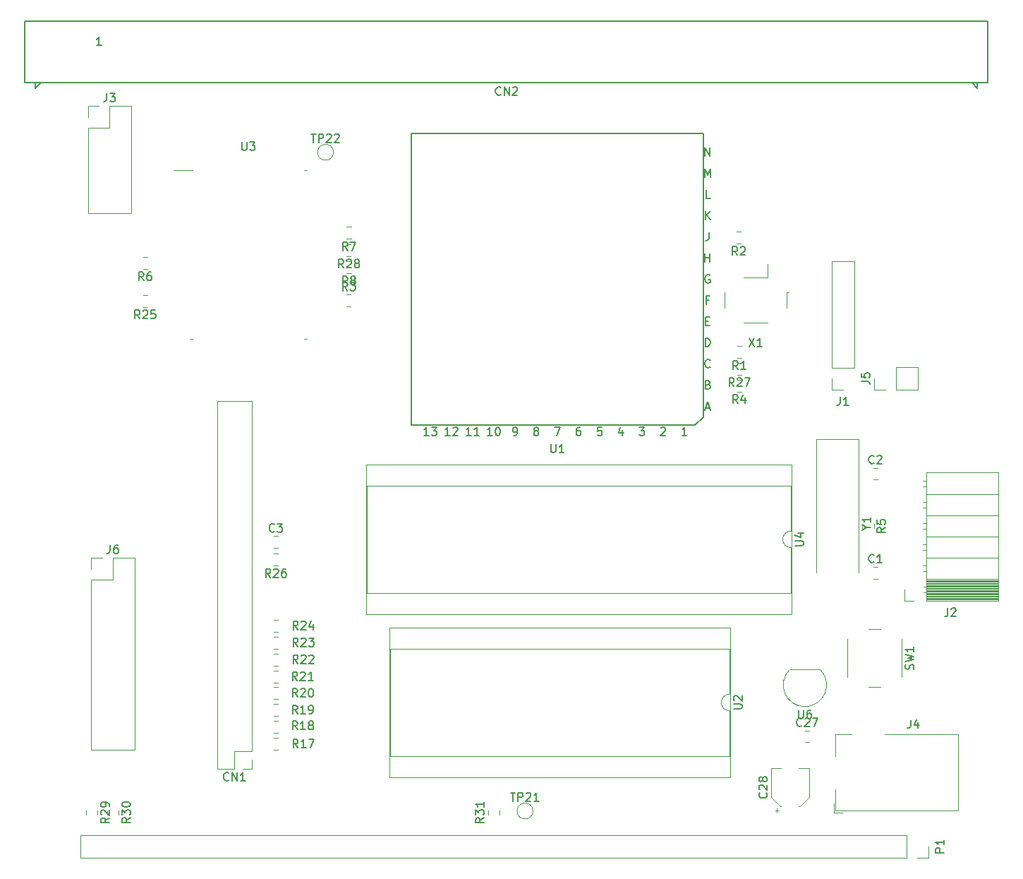
<source format=gbr>
G04 #@! TF.GenerationSoftware,KiCad,Pcbnew,(5.1.5)-3*
G04 #@! TF.CreationDate,2020-06-21T17:55:31-07:00*
G04 #@! TF.ProjectId,CB030 redesign,43423033-3020-4726-9564-657369676e2e,rev?*
G04 #@! TF.SameCoordinates,Original*
G04 #@! TF.FileFunction,Legend,Top*
G04 #@! TF.FilePolarity,Positive*
%FSLAX46Y46*%
G04 Gerber Fmt 4.6, Leading zero omitted, Abs format (unit mm)*
G04 Created by KiCad (PCBNEW (5.1.5)-3) date 2020-06-21 17:55:31*
%MOMM*%
%LPD*%
G04 APERTURE LIST*
%ADD10C,0.120000*%
%ADD11C,0.150000*%
G04 APERTURE END LIST*
D10*
X28621000Y-33451000D02*
X26306000Y-33451000D01*
X41991000Y-33451000D02*
X42306000Y-33451000D01*
X28621000Y-53671000D02*
X28306000Y-53671000D01*
X41991000Y-53671000D02*
X42306000Y-53671000D01*
X16450000Y-79950000D02*
X17780000Y-79950000D01*
X16450000Y-81280000D02*
X16450000Y-79950000D01*
X19050000Y-79950000D02*
X21650000Y-79950000D01*
X19050000Y-82550000D02*
X19050000Y-79950000D01*
X16450000Y-82550000D02*
X19050000Y-82550000D01*
X21650000Y-79950000D02*
X21650000Y-102930000D01*
X16450000Y-82550000D02*
X16450000Y-102930000D01*
X16450000Y-102930000D02*
X21650000Y-102930000D01*
X110430000Y-59750000D02*
X110430000Y-58420000D01*
X111760000Y-59750000D02*
X110430000Y-59750000D01*
X113030000Y-59750000D02*
X113030000Y-57090000D01*
X113030000Y-57090000D02*
X115630000Y-57090000D01*
X113030000Y-59750000D02*
X115630000Y-59750000D01*
X115630000Y-59750000D02*
X115630000Y-57090000D01*
D11*
X89890000Y-63045500D02*
X88890000Y-64045500D01*
X89890000Y-29045500D02*
X54890000Y-29045500D01*
X89890000Y-63045500D02*
X89890000Y-29045500D01*
X54890000Y-64045500D02*
X88890000Y-64045500D01*
X54890000Y-29045500D02*
X54890000Y-64045500D01*
D10*
X110292748Y-82434500D02*
X110815252Y-82434500D01*
X110292748Y-81014500D02*
X110815252Y-81014500D01*
X110292748Y-69140000D02*
X110815252Y-69140000D01*
X110292748Y-70560000D02*
X110815252Y-70560000D01*
X38346748Y-77331500D02*
X38869252Y-77331500D01*
X38346748Y-78751500D02*
X38869252Y-78751500D01*
X102100748Y-102056000D02*
X102623252Y-102056000D01*
X102100748Y-100636000D02*
X102623252Y-100636000D01*
X102590000Y-105204000D02*
X101390000Y-105204000D01*
X98070000Y-105204000D02*
X99270000Y-105204000D01*
X98070000Y-108659563D02*
X98070000Y-105204000D01*
X102590000Y-108659563D02*
X102590000Y-105204000D01*
X101525563Y-109724000D02*
X101390000Y-109724000D01*
X99134437Y-109724000D02*
X99270000Y-109724000D01*
X99134437Y-109724000D02*
X98070000Y-108659563D01*
X101525563Y-109724000D02*
X102590000Y-108659563D01*
X98770000Y-110464000D02*
X98770000Y-109964000D01*
X98520000Y-110214000D02*
X99020000Y-110214000D01*
X35699000Y-61110000D02*
X31579000Y-61110000D01*
X35699000Y-103170000D02*
X35699000Y-61110000D01*
X31579000Y-105230000D02*
X31579000Y-61110000D01*
X35699000Y-103170000D02*
X33639000Y-103170000D01*
X33639000Y-103170000D02*
X33639000Y-105230000D01*
X33639000Y-105230000D02*
X31579000Y-105230000D01*
X35699000Y-104170000D02*
X35699000Y-105230000D01*
X35699000Y-105230000D02*
X34639000Y-105230000D01*
D11*
X8509000Y-15621000D02*
X8509000Y-22987000D01*
X8509000Y-22987000D02*
X124079000Y-22987000D01*
X124079000Y-22987000D02*
X124079000Y-15621000D01*
X124079000Y-15621000D02*
X8509000Y-15621000D01*
X10414000Y-22987000D02*
X9779000Y-23622000D01*
X9779000Y-23622000D02*
X9779000Y-22987000D01*
X122174000Y-22987000D02*
X122809000Y-23622000D01*
X122809000Y-23622000D02*
X122809000Y-22987000D01*
D10*
X108010000Y-57150000D02*
X105350000Y-57150000D01*
X108010000Y-57150000D02*
X108010000Y-44390000D01*
X108010000Y-44390000D02*
X105350000Y-44390000D01*
X105350000Y-57150000D02*
X105350000Y-44390000D01*
X105350000Y-59750000D02*
X105350000Y-58420000D01*
X106680000Y-59750000D02*
X105350000Y-59750000D01*
X125279000Y-84966500D02*
X116649000Y-84966500D01*
X125279000Y-84848405D02*
X116649000Y-84848405D01*
X125279000Y-84730310D02*
X116649000Y-84730310D01*
X125279000Y-84612215D02*
X116649000Y-84612215D01*
X125279000Y-84494120D02*
X116649000Y-84494120D01*
X125279000Y-84376025D02*
X116649000Y-84376025D01*
X125279000Y-84257930D02*
X116649000Y-84257930D01*
X125279000Y-84139835D02*
X116649000Y-84139835D01*
X125279000Y-84021740D02*
X116649000Y-84021740D01*
X125279000Y-83903645D02*
X116649000Y-83903645D01*
X125279000Y-83785550D02*
X116649000Y-83785550D01*
X125279000Y-83667455D02*
X116649000Y-83667455D01*
X125279000Y-83549360D02*
X116649000Y-83549360D01*
X125279000Y-83431265D02*
X116649000Y-83431265D01*
X125279000Y-83313170D02*
X116649000Y-83313170D01*
X125279000Y-83195075D02*
X116649000Y-83195075D01*
X125279000Y-83076980D02*
X116649000Y-83076980D01*
X125279000Y-82958885D02*
X116649000Y-82958885D01*
X125279000Y-82840790D02*
X116649000Y-82840790D01*
X125279000Y-82722695D02*
X116649000Y-82722695D01*
X125279000Y-82604600D02*
X116649000Y-82604600D01*
X116649000Y-84116500D02*
X116299000Y-84116500D01*
X116649000Y-83396500D02*
X116299000Y-83396500D01*
X116649000Y-81576500D02*
X116239000Y-81576500D01*
X116649000Y-80856500D02*
X116239000Y-80856500D01*
X116649000Y-79036500D02*
X116239000Y-79036500D01*
X116649000Y-78316500D02*
X116239000Y-78316500D01*
X116649000Y-76496500D02*
X116239000Y-76496500D01*
X116649000Y-75776500D02*
X116239000Y-75776500D01*
X116649000Y-73956500D02*
X116239000Y-73956500D01*
X116649000Y-73236500D02*
X116239000Y-73236500D01*
X116649000Y-71416500D02*
X116239000Y-71416500D01*
X116649000Y-70696500D02*
X116239000Y-70696500D01*
X125279000Y-82486500D02*
X116649000Y-82486500D01*
X125279000Y-79946500D02*
X116649000Y-79946500D01*
X125279000Y-77406500D02*
X116649000Y-77406500D01*
X125279000Y-74866500D02*
X116649000Y-74866500D01*
X125279000Y-72326500D02*
X116649000Y-72326500D01*
X125279000Y-85086500D02*
X116649000Y-85086500D01*
X116649000Y-85086500D02*
X116649000Y-69726500D01*
X125279000Y-69726500D02*
X116649000Y-69726500D01*
X125279000Y-85086500D02*
X125279000Y-69726500D01*
X114079000Y-85086500D02*
X114079000Y-83756500D01*
X115189000Y-85086500D02*
X114079000Y-85086500D01*
X16069000Y-38604500D02*
X21269000Y-38604500D01*
X16069000Y-28384500D02*
X16069000Y-38604500D01*
X21269000Y-25784500D02*
X21269000Y-38604500D01*
X16069000Y-28384500D02*
X18669000Y-28384500D01*
X18669000Y-28384500D02*
X18669000Y-25784500D01*
X18669000Y-25784500D02*
X21269000Y-25784500D01*
X16069000Y-27114500D02*
X16069000Y-25784500D01*
X16069000Y-25784500D02*
X17399000Y-25784500D01*
X105580000Y-109414000D02*
X105580000Y-110464000D01*
X106630000Y-110464000D02*
X105580000Y-110464000D01*
X111680000Y-101064000D02*
X120480000Y-101064000D01*
X120480000Y-101064000D02*
X120480000Y-110264000D01*
X105780000Y-103764000D02*
X105780000Y-101064000D01*
X105780000Y-101064000D02*
X107680000Y-101064000D01*
X120480000Y-110264000D02*
X105780000Y-110264000D01*
X105780000Y-110264000D02*
X105780000Y-107664000D01*
X114300000Y-113224000D02*
X114300000Y-115884000D01*
X114300000Y-113224000D02*
X15180000Y-113224000D01*
X15180000Y-113224000D02*
X15180000Y-115884000D01*
X114300000Y-115884000D02*
X15180000Y-115884000D01*
X116900000Y-115884000D02*
X115570000Y-115884000D01*
X116900000Y-114554000D02*
X116900000Y-115884000D01*
X94495252Y-55955000D02*
X93972748Y-55955000D01*
X94495252Y-54535000D02*
X93972748Y-54535000D01*
X94431752Y-40819000D02*
X93909248Y-40819000D01*
X94431752Y-42239000D02*
X93909248Y-42239000D01*
X47109748Y-49795500D02*
X47632252Y-49795500D01*
X47109748Y-48375500D02*
X47632252Y-48375500D01*
X94495252Y-60019000D02*
X93972748Y-60019000D01*
X94495252Y-58599000D02*
X93972748Y-58599000D01*
X110374000Y-75866248D02*
X110374000Y-76388752D01*
X108954000Y-75866248D02*
X108954000Y-76388752D01*
X23184752Y-45287000D02*
X22662248Y-45287000D01*
X23184752Y-43867000D02*
X22662248Y-43867000D01*
X47641252Y-41667500D02*
X47118748Y-41667500D01*
X47641252Y-40247500D02*
X47118748Y-40247500D01*
X47641252Y-44375000D02*
X47118748Y-44375000D01*
X47641252Y-45795000D02*
X47118748Y-45795000D01*
X38355748Y-101525000D02*
X38878252Y-101525000D01*
X38355748Y-102945000D02*
X38878252Y-102945000D01*
X38355748Y-100913000D02*
X38878252Y-100913000D01*
X38355748Y-99493000D02*
X38878252Y-99493000D01*
X38337748Y-97461000D02*
X38860252Y-97461000D01*
X38337748Y-98881000D02*
X38860252Y-98881000D01*
X38355748Y-96879500D02*
X38878252Y-96879500D01*
X38355748Y-95459500D02*
X38878252Y-95459500D01*
X38355748Y-94880500D02*
X38878252Y-94880500D01*
X38355748Y-93460500D02*
X38878252Y-93460500D01*
X38346748Y-91428500D02*
X38869252Y-91428500D01*
X38346748Y-92848500D02*
X38869252Y-92848500D01*
X38355748Y-90816500D02*
X38878252Y-90816500D01*
X38355748Y-89396500D02*
X38878252Y-89396500D01*
X38355748Y-87364500D02*
X38878252Y-87364500D01*
X38355748Y-88784500D02*
X38878252Y-88784500D01*
X23184752Y-49859000D02*
X22662248Y-49859000D01*
X23184752Y-48439000D02*
X22662248Y-48439000D01*
X38878252Y-79465100D02*
X38355748Y-79465100D01*
X38878252Y-80885100D02*
X38355748Y-80885100D01*
X94495252Y-56567000D02*
X93972748Y-56567000D01*
X94495252Y-57987000D02*
X93972748Y-57987000D01*
X47632252Y-43763000D02*
X47109748Y-43763000D01*
X47632252Y-42343000D02*
X47109748Y-42343000D01*
X17220000Y-110228748D02*
X17220000Y-110751252D01*
X15800000Y-110228748D02*
X15800000Y-110751252D01*
X18340000Y-110219748D02*
X18340000Y-110742252D01*
X19760000Y-110219748D02*
X19760000Y-110742252D01*
X65480000Y-110742252D02*
X65480000Y-110219748D01*
X64060000Y-110742252D02*
X64060000Y-110219748D01*
X107212000Y-89709500D02*
X107212000Y-94209500D01*
X111212000Y-88459500D02*
X109712000Y-88459500D01*
X113712000Y-94209500D02*
X113712000Y-89709500D01*
X109712000Y-95459500D02*
X111212000Y-95459500D01*
X45527000Y-31305500D02*
G75*
G03X45527000Y-31305500I-950000J0D01*
G01*
X69466500Y-110300000D02*
G75*
G03X69466500Y-110300000I-950000J0D01*
G01*
X93087500Y-98282000D02*
G75*
G02X93087500Y-96282000I0J1000000D01*
G01*
X93087500Y-96282000D02*
X93087500Y-90822000D01*
X93087500Y-90822000D02*
X52327500Y-90822000D01*
X52327500Y-90822000D02*
X52327500Y-103742000D01*
X52327500Y-103742000D02*
X93087500Y-103742000D01*
X93087500Y-103742000D02*
X93087500Y-98282000D01*
X93147500Y-88332000D02*
X52267500Y-88332000D01*
X52267500Y-88332000D02*
X52267500Y-106232000D01*
X52267500Y-106232000D02*
X93147500Y-106232000D01*
X93147500Y-106232000D02*
X93147500Y-88332000D01*
X100453500Y-78724000D02*
G75*
G02X100453500Y-76724000I0J1000000D01*
G01*
X100453500Y-76724000D02*
X100453500Y-71264000D01*
X100453500Y-71264000D02*
X49533500Y-71264000D01*
X49533500Y-71264000D02*
X49533500Y-84184000D01*
X49533500Y-84184000D02*
X100453500Y-84184000D01*
X100453500Y-84184000D02*
X100453500Y-78724000D01*
X100513500Y-68774000D02*
X49473500Y-68774000D01*
X49473500Y-68774000D02*
X49473500Y-86674000D01*
X49473500Y-86674000D02*
X100513500Y-86674000D01*
X100513500Y-86674000D02*
X100513500Y-68774000D01*
X103908000Y-93336500D02*
X100308000Y-93336500D01*
X103946478Y-93348022D02*
G75*
G02X102108000Y-97786500I-1838478J-1838478D01*
G01*
X100269522Y-93348022D02*
G75*
G03X102108000Y-97786500I1838478J-1838478D01*
G01*
X100142500Y-48122000D02*
X99902500Y-48122000D01*
X99902500Y-48122000D02*
X99902500Y-49922000D01*
X92502500Y-49922000D02*
X92502500Y-48122000D01*
X97642500Y-51722000D02*
X94762500Y-51722000D01*
X94762500Y-46322000D02*
X97642500Y-46322000D01*
X97642500Y-46322000D02*
X97642500Y-44722000D01*
X108528000Y-81692500D02*
X108528000Y-65717500D01*
X108528000Y-65717500D02*
X103428000Y-65717500D01*
X103428000Y-65717500D02*
X103428000Y-81692500D01*
D11*
X34544095Y-30063380D02*
X34544095Y-30872904D01*
X34591714Y-30968142D01*
X34639333Y-31015761D01*
X34734571Y-31063380D01*
X34925047Y-31063380D01*
X35020285Y-31015761D01*
X35067904Y-30968142D01*
X35115523Y-30872904D01*
X35115523Y-30063380D01*
X35496476Y-30063380D02*
X36115523Y-30063380D01*
X35782190Y-30444333D01*
X35925047Y-30444333D01*
X36020285Y-30491952D01*
X36067904Y-30539571D01*
X36115523Y-30634809D01*
X36115523Y-30872904D01*
X36067904Y-30968142D01*
X36020285Y-31015761D01*
X35925047Y-31063380D01*
X35639333Y-31063380D01*
X35544095Y-31015761D01*
X35496476Y-30968142D01*
X18716666Y-78402380D02*
X18716666Y-79116666D01*
X18669047Y-79259523D01*
X18573809Y-79354761D01*
X18430952Y-79402380D01*
X18335714Y-79402380D01*
X19621428Y-78402380D02*
X19430952Y-78402380D01*
X19335714Y-78450000D01*
X19288095Y-78497619D01*
X19192857Y-78640476D01*
X19145238Y-78830952D01*
X19145238Y-79211904D01*
X19192857Y-79307142D01*
X19240476Y-79354761D01*
X19335714Y-79402380D01*
X19526190Y-79402380D01*
X19621428Y-79354761D01*
X19669047Y-79307142D01*
X19716666Y-79211904D01*
X19716666Y-78973809D01*
X19669047Y-78878571D01*
X19621428Y-78830952D01*
X19526190Y-78783333D01*
X19335714Y-78783333D01*
X19240476Y-78830952D01*
X19192857Y-78878571D01*
X19145238Y-78973809D01*
X108882380Y-58753333D02*
X109596666Y-58753333D01*
X109739523Y-58800952D01*
X109834761Y-58896190D01*
X109882380Y-59039047D01*
X109882380Y-59134285D01*
X108882380Y-57800952D02*
X108882380Y-58277142D01*
X109358571Y-58324761D01*
X109310952Y-58277142D01*
X109263333Y-58181904D01*
X109263333Y-57943809D01*
X109310952Y-57848571D01*
X109358571Y-57800952D01*
X109453809Y-57753333D01*
X109691904Y-57753333D01*
X109787142Y-57800952D01*
X109834761Y-57848571D01*
X109882380Y-57943809D01*
X109882380Y-58181904D01*
X109834761Y-58277142D01*
X109787142Y-58324761D01*
X71628095Y-66317880D02*
X71628095Y-67127404D01*
X71675714Y-67222642D01*
X71723333Y-67270261D01*
X71818571Y-67317880D01*
X72009047Y-67317880D01*
X72104285Y-67270261D01*
X72151904Y-67222642D01*
X72199523Y-67127404D01*
X72199523Y-66317880D01*
X73199523Y-67317880D02*
X72628095Y-67317880D01*
X72913809Y-67317880D02*
X72913809Y-66317880D01*
X72818571Y-66460738D01*
X72723333Y-66555976D01*
X72628095Y-66603595D01*
X56959523Y-65277880D02*
X56388095Y-65277880D01*
X56673809Y-65277880D02*
X56673809Y-64277880D01*
X56578571Y-64420738D01*
X56483333Y-64515976D01*
X56388095Y-64563595D01*
X57292857Y-64277880D02*
X57911904Y-64277880D01*
X57578571Y-64658833D01*
X57721428Y-64658833D01*
X57816666Y-64706452D01*
X57864285Y-64754071D01*
X57911904Y-64849309D01*
X57911904Y-65087404D01*
X57864285Y-65182642D01*
X57816666Y-65230261D01*
X57721428Y-65277880D01*
X57435714Y-65277880D01*
X57340476Y-65230261D01*
X57292857Y-65182642D01*
X59499523Y-65277880D02*
X58928095Y-65277880D01*
X59213809Y-65277880D02*
X59213809Y-64277880D01*
X59118571Y-64420738D01*
X59023333Y-64515976D01*
X58928095Y-64563595D01*
X59880476Y-64373119D02*
X59928095Y-64325500D01*
X60023333Y-64277880D01*
X60261428Y-64277880D01*
X60356666Y-64325500D01*
X60404285Y-64373119D01*
X60451904Y-64468357D01*
X60451904Y-64563595D01*
X60404285Y-64706452D01*
X59832857Y-65277880D01*
X60451904Y-65277880D01*
X62039523Y-65277880D02*
X61468095Y-65277880D01*
X61753809Y-65277880D02*
X61753809Y-64277880D01*
X61658571Y-64420738D01*
X61563333Y-64515976D01*
X61468095Y-64563595D01*
X62991904Y-65277880D02*
X62420476Y-65277880D01*
X62706190Y-65277880D02*
X62706190Y-64277880D01*
X62610952Y-64420738D01*
X62515714Y-64515976D01*
X62420476Y-64563595D01*
X64579523Y-65277880D02*
X64008095Y-65277880D01*
X64293809Y-65277880D02*
X64293809Y-64277880D01*
X64198571Y-64420738D01*
X64103333Y-64515976D01*
X64008095Y-64563595D01*
X65198571Y-64277880D02*
X65293809Y-64277880D01*
X65389047Y-64325500D01*
X65436666Y-64373119D01*
X65484285Y-64468357D01*
X65531904Y-64658833D01*
X65531904Y-64896928D01*
X65484285Y-65087404D01*
X65436666Y-65182642D01*
X65389047Y-65230261D01*
X65293809Y-65277880D01*
X65198571Y-65277880D01*
X65103333Y-65230261D01*
X65055714Y-65182642D01*
X65008095Y-65087404D01*
X64960476Y-64896928D01*
X64960476Y-64658833D01*
X65008095Y-64468357D01*
X65055714Y-64373119D01*
X65103333Y-64325500D01*
X65198571Y-64277880D01*
X67119523Y-65277880D02*
X67310000Y-65277880D01*
X67405238Y-65230261D01*
X67452857Y-65182642D01*
X67548095Y-65039785D01*
X67595714Y-64849309D01*
X67595714Y-64468357D01*
X67548095Y-64373119D01*
X67500476Y-64325500D01*
X67405238Y-64277880D01*
X67214761Y-64277880D01*
X67119523Y-64325500D01*
X67071904Y-64373119D01*
X67024285Y-64468357D01*
X67024285Y-64706452D01*
X67071904Y-64801690D01*
X67119523Y-64849309D01*
X67214761Y-64896928D01*
X67405238Y-64896928D01*
X67500476Y-64849309D01*
X67548095Y-64801690D01*
X67595714Y-64706452D01*
X69754761Y-64706452D02*
X69659523Y-64658833D01*
X69611904Y-64611214D01*
X69564285Y-64515976D01*
X69564285Y-64468357D01*
X69611904Y-64373119D01*
X69659523Y-64325500D01*
X69754761Y-64277880D01*
X69945238Y-64277880D01*
X70040476Y-64325500D01*
X70088095Y-64373119D01*
X70135714Y-64468357D01*
X70135714Y-64515976D01*
X70088095Y-64611214D01*
X70040476Y-64658833D01*
X69945238Y-64706452D01*
X69754761Y-64706452D01*
X69659523Y-64754071D01*
X69611904Y-64801690D01*
X69564285Y-64896928D01*
X69564285Y-65087404D01*
X69611904Y-65182642D01*
X69659523Y-65230261D01*
X69754761Y-65277880D01*
X69945238Y-65277880D01*
X70040476Y-65230261D01*
X70088095Y-65182642D01*
X70135714Y-65087404D01*
X70135714Y-64896928D01*
X70088095Y-64801690D01*
X70040476Y-64754071D01*
X69945238Y-64706452D01*
X72056666Y-64277880D02*
X72723333Y-64277880D01*
X72294761Y-65277880D01*
X75120476Y-64277880D02*
X74930000Y-64277880D01*
X74834761Y-64325500D01*
X74787142Y-64373119D01*
X74691904Y-64515976D01*
X74644285Y-64706452D01*
X74644285Y-65087404D01*
X74691904Y-65182642D01*
X74739523Y-65230261D01*
X74834761Y-65277880D01*
X75025238Y-65277880D01*
X75120476Y-65230261D01*
X75168095Y-65182642D01*
X75215714Y-65087404D01*
X75215714Y-64849309D01*
X75168095Y-64754071D01*
X75120476Y-64706452D01*
X75025238Y-64658833D01*
X74834761Y-64658833D01*
X74739523Y-64706452D01*
X74691904Y-64754071D01*
X74644285Y-64849309D01*
X77708095Y-64277880D02*
X77231904Y-64277880D01*
X77184285Y-64754071D01*
X77231904Y-64706452D01*
X77327142Y-64658833D01*
X77565238Y-64658833D01*
X77660476Y-64706452D01*
X77708095Y-64754071D01*
X77755714Y-64849309D01*
X77755714Y-65087404D01*
X77708095Y-65182642D01*
X77660476Y-65230261D01*
X77565238Y-65277880D01*
X77327142Y-65277880D01*
X77231904Y-65230261D01*
X77184285Y-65182642D01*
X80200476Y-64611214D02*
X80200476Y-65277880D01*
X79962380Y-64230261D02*
X79724285Y-64944547D01*
X80343333Y-64944547D01*
X82216666Y-64277880D02*
X82835714Y-64277880D01*
X82502380Y-64658833D01*
X82645238Y-64658833D01*
X82740476Y-64706452D01*
X82788095Y-64754071D01*
X82835714Y-64849309D01*
X82835714Y-65087404D01*
X82788095Y-65182642D01*
X82740476Y-65230261D01*
X82645238Y-65277880D01*
X82359523Y-65277880D01*
X82264285Y-65230261D01*
X82216666Y-65182642D01*
X84804285Y-64373119D02*
X84851904Y-64325500D01*
X84947142Y-64277880D01*
X85185238Y-64277880D01*
X85280476Y-64325500D01*
X85328095Y-64373119D01*
X85375714Y-64468357D01*
X85375714Y-64563595D01*
X85328095Y-64706452D01*
X84756666Y-65277880D01*
X85375714Y-65277880D01*
X87915714Y-65277880D02*
X87344285Y-65277880D01*
X87630000Y-65277880D02*
X87630000Y-64277880D01*
X87534761Y-64420738D01*
X87439523Y-64515976D01*
X87344285Y-64563595D01*
X90134285Y-31757880D02*
X90134285Y-30757880D01*
X90705714Y-31757880D01*
X90705714Y-30757880D01*
X90086666Y-34297880D02*
X90086666Y-33297880D01*
X90420000Y-34012166D01*
X90753333Y-33297880D01*
X90753333Y-34297880D01*
X90729523Y-36837880D02*
X90253333Y-36837880D01*
X90253333Y-35837880D01*
X90158095Y-39377880D02*
X90158095Y-38377880D01*
X90729523Y-39377880D02*
X90300952Y-38806452D01*
X90729523Y-38377880D02*
X90158095Y-38949309D01*
X90562857Y-40917880D02*
X90562857Y-41632166D01*
X90515238Y-41775023D01*
X90420000Y-41870261D01*
X90277142Y-41917880D01*
X90181904Y-41917880D01*
X90134285Y-44457880D02*
X90134285Y-43457880D01*
X90134285Y-43934071D02*
X90705714Y-43934071D01*
X90705714Y-44457880D02*
X90705714Y-43457880D01*
X90681904Y-46045500D02*
X90586666Y-45997880D01*
X90443809Y-45997880D01*
X90300952Y-46045500D01*
X90205714Y-46140738D01*
X90158095Y-46235976D01*
X90110476Y-46426452D01*
X90110476Y-46569309D01*
X90158095Y-46759785D01*
X90205714Y-46855023D01*
X90300952Y-46950261D01*
X90443809Y-46997880D01*
X90539047Y-46997880D01*
X90681904Y-46950261D01*
X90729523Y-46902642D01*
X90729523Y-46569309D01*
X90539047Y-46569309D01*
X90562857Y-49014071D02*
X90229523Y-49014071D01*
X90229523Y-49537880D02*
X90229523Y-48537880D01*
X90705714Y-48537880D01*
X90205714Y-51554071D02*
X90539047Y-51554071D01*
X90681904Y-52077880D02*
X90205714Y-52077880D01*
X90205714Y-51077880D01*
X90681904Y-51077880D01*
X90158095Y-54617880D02*
X90158095Y-53617880D01*
X90396190Y-53617880D01*
X90539047Y-53665500D01*
X90634285Y-53760738D01*
X90681904Y-53855976D01*
X90729523Y-54046452D01*
X90729523Y-54189309D01*
X90681904Y-54379785D01*
X90634285Y-54475023D01*
X90539047Y-54570261D01*
X90396190Y-54617880D01*
X90158095Y-54617880D01*
X90729523Y-57062642D02*
X90681904Y-57110261D01*
X90539047Y-57157880D01*
X90443809Y-57157880D01*
X90300952Y-57110261D01*
X90205714Y-57015023D01*
X90158095Y-56919785D01*
X90110476Y-56729309D01*
X90110476Y-56586452D01*
X90158095Y-56395976D01*
X90205714Y-56300738D01*
X90300952Y-56205500D01*
X90443809Y-56157880D01*
X90539047Y-56157880D01*
X90681904Y-56205500D01*
X90729523Y-56253119D01*
X90491428Y-59174071D02*
X90634285Y-59221690D01*
X90681904Y-59269309D01*
X90729523Y-59364547D01*
X90729523Y-59507404D01*
X90681904Y-59602642D01*
X90634285Y-59650261D01*
X90539047Y-59697880D01*
X90158095Y-59697880D01*
X90158095Y-58697880D01*
X90491428Y-58697880D01*
X90586666Y-58745500D01*
X90634285Y-58793119D01*
X90681904Y-58888357D01*
X90681904Y-58983595D01*
X90634285Y-59078833D01*
X90586666Y-59126452D01*
X90491428Y-59174071D01*
X90158095Y-59174071D01*
X90181904Y-61952166D02*
X90658095Y-61952166D01*
X90086666Y-62237880D02*
X90420000Y-61237880D01*
X90753333Y-62237880D01*
X110387333Y-80431642D02*
X110339714Y-80479261D01*
X110196857Y-80526880D01*
X110101619Y-80526880D01*
X109958761Y-80479261D01*
X109863523Y-80384023D01*
X109815904Y-80288785D01*
X109768285Y-80098309D01*
X109768285Y-79955452D01*
X109815904Y-79764976D01*
X109863523Y-79669738D01*
X109958761Y-79574500D01*
X110101619Y-79526880D01*
X110196857Y-79526880D01*
X110339714Y-79574500D01*
X110387333Y-79622119D01*
X111339714Y-80526880D02*
X110768285Y-80526880D01*
X111054000Y-80526880D02*
X111054000Y-79526880D01*
X110958761Y-79669738D01*
X110863523Y-79764976D01*
X110768285Y-79812595D01*
X110387333Y-68557142D02*
X110339714Y-68604761D01*
X110196857Y-68652380D01*
X110101619Y-68652380D01*
X109958761Y-68604761D01*
X109863523Y-68509523D01*
X109815904Y-68414285D01*
X109768285Y-68223809D01*
X109768285Y-68080952D01*
X109815904Y-67890476D01*
X109863523Y-67795238D01*
X109958761Y-67700000D01*
X110101619Y-67652380D01*
X110196857Y-67652380D01*
X110339714Y-67700000D01*
X110387333Y-67747619D01*
X110768285Y-67747619D02*
X110815904Y-67700000D01*
X110911142Y-67652380D01*
X111149238Y-67652380D01*
X111244476Y-67700000D01*
X111292095Y-67747619D01*
X111339714Y-67842857D01*
X111339714Y-67938095D01*
X111292095Y-68080952D01*
X110720666Y-68652380D01*
X111339714Y-68652380D01*
X38441333Y-76748642D02*
X38393714Y-76796261D01*
X38250857Y-76843880D01*
X38155619Y-76843880D01*
X38012761Y-76796261D01*
X37917523Y-76701023D01*
X37869904Y-76605785D01*
X37822285Y-76415309D01*
X37822285Y-76272452D01*
X37869904Y-76081976D01*
X37917523Y-75986738D01*
X38012761Y-75891500D01*
X38155619Y-75843880D01*
X38250857Y-75843880D01*
X38393714Y-75891500D01*
X38441333Y-75939119D01*
X38774666Y-75843880D02*
X39393714Y-75843880D01*
X39060380Y-76224833D01*
X39203238Y-76224833D01*
X39298476Y-76272452D01*
X39346095Y-76320071D01*
X39393714Y-76415309D01*
X39393714Y-76653404D01*
X39346095Y-76748642D01*
X39298476Y-76796261D01*
X39203238Y-76843880D01*
X38917523Y-76843880D01*
X38822285Y-76796261D01*
X38774666Y-76748642D01*
X101719142Y-100053142D02*
X101671523Y-100100761D01*
X101528666Y-100148380D01*
X101433428Y-100148380D01*
X101290571Y-100100761D01*
X101195333Y-100005523D01*
X101147714Y-99910285D01*
X101100095Y-99719809D01*
X101100095Y-99576952D01*
X101147714Y-99386476D01*
X101195333Y-99291238D01*
X101290571Y-99196000D01*
X101433428Y-99148380D01*
X101528666Y-99148380D01*
X101671523Y-99196000D01*
X101719142Y-99243619D01*
X102100095Y-99243619D02*
X102147714Y-99196000D01*
X102242952Y-99148380D01*
X102481047Y-99148380D01*
X102576285Y-99196000D01*
X102623904Y-99243619D01*
X102671523Y-99338857D01*
X102671523Y-99434095D01*
X102623904Y-99576952D01*
X102052476Y-100148380D01*
X102671523Y-100148380D01*
X103004857Y-99148380D02*
X103671523Y-99148380D01*
X103242952Y-100148380D01*
X97487142Y-108106857D02*
X97534761Y-108154476D01*
X97582380Y-108297333D01*
X97582380Y-108392571D01*
X97534761Y-108535428D01*
X97439523Y-108630666D01*
X97344285Y-108678285D01*
X97153809Y-108725904D01*
X97010952Y-108725904D01*
X96820476Y-108678285D01*
X96725238Y-108630666D01*
X96630000Y-108535428D01*
X96582380Y-108392571D01*
X96582380Y-108297333D01*
X96630000Y-108154476D01*
X96677619Y-108106857D01*
X96677619Y-107725904D02*
X96630000Y-107678285D01*
X96582380Y-107583047D01*
X96582380Y-107344952D01*
X96630000Y-107249714D01*
X96677619Y-107202095D01*
X96772857Y-107154476D01*
X96868095Y-107154476D01*
X97010952Y-107202095D01*
X97582380Y-107773523D01*
X97582380Y-107154476D01*
X97010952Y-106583047D02*
X96963333Y-106678285D01*
X96915714Y-106725904D01*
X96820476Y-106773523D01*
X96772857Y-106773523D01*
X96677619Y-106725904D01*
X96630000Y-106678285D01*
X96582380Y-106583047D01*
X96582380Y-106392571D01*
X96630000Y-106297333D01*
X96677619Y-106249714D01*
X96772857Y-106202095D01*
X96820476Y-106202095D01*
X96915714Y-106249714D01*
X96963333Y-106297333D01*
X97010952Y-106392571D01*
X97010952Y-106583047D01*
X97058571Y-106678285D01*
X97106190Y-106725904D01*
X97201428Y-106773523D01*
X97391904Y-106773523D01*
X97487142Y-106725904D01*
X97534761Y-106678285D01*
X97582380Y-106583047D01*
X97582380Y-106392571D01*
X97534761Y-106297333D01*
X97487142Y-106249714D01*
X97391904Y-106202095D01*
X97201428Y-106202095D01*
X97106190Y-106249714D01*
X97058571Y-106297333D01*
X97010952Y-106392571D01*
X32948523Y-106587142D02*
X32900904Y-106634761D01*
X32758047Y-106682380D01*
X32662809Y-106682380D01*
X32519952Y-106634761D01*
X32424714Y-106539523D01*
X32377095Y-106444285D01*
X32329476Y-106253809D01*
X32329476Y-106110952D01*
X32377095Y-105920476D01*
X32424714Y-105825238D01*
X32519952Y-105730000D01*
X32662809Y-105682380D01*
X32758047Y-105682380D01*
X32900904Y-105730000D01*
X32948523Y-105777619D01*
X33377095Y-106682380D02*
X33377095Y-105682380D01*
X33948523Y-106682380D01*
X33948523Y-105682380D01*
X34948523Y-106682380D02*
X34377095Y-106682380D01*
X34662809Y-106682380D02*
X34662809Y-105682380D01*
X34567571Y-105825238D01*
X34472333Y-105920476D01*
X34377095Y-105968095D01*
X65603523Y-24360142D02*
X65555904Y-24407761D01*
X65413047Y-24455380D01*
X65317809Y-24455380D01*
X65174952Y-24407761D01*
X65079714Y-24312523D01*
X65032095Y-24217285D01*
X64984476Y-24026809D01*
X64984476Y-23883952D01*
X65032095Y-23693476D01*
X65079714Y-23598238D01*
X65174952Y-23503000D01*
X65317809Y-23455380D01*
X65413047Y-23455380D01*
X65555904Y-23503000D01*
X65603523Y-23550619D01*
X66032095Y-24455380D02*
X66032095Y-23455380D01*
X66603523Y-24455380D01*
X66603523Y-23455380D01*
X67032095Y-23550619D02*
X67079714Y-23503000D01*
X67174952Y-23455380D01*
X67413047Y-23455380D01*
X67508285Y-23503000D01*
X67555904Y-23550619D01*
X67603523Y-23645857D01*
X67603523Y-23741095D01*
X67555904Y-23883952D01*
X66984476Y-24455380D01*
X67603523Y-24455380D01*
X17684714Y-18486380D02*
X17113285Y-18486380D01*
X17399000Y-18486380D02*
X17399000Y-17486380D01*
X17303761Y-17629238D01*
X17208523Y-17724476D01*
X17113285Y-17772095D01*
X106346666Y-60642380D02*
X106346666Y-61356666D01*
X106299047Y-61499523D01*
X106203809Y-61594761D01*
X106060952Y-61642380D01*
X105965714Y-61642380D01*
X107346666Y-61642380D02*
X106775238Y-61642380D01*
X107060952Y-61642380D02*
X107060952Y-60642380D01*
X106965714Y-60785238D01*
X106870476Y-60880476D01*
X106775238Y-60928095D01*
X119235666Y-85978880D02*
X119235666Y-86693166D01*
X119188047Y-86836023D01*
X119092809Y-86931261D01*
X118949952Y-86978880D01*
X118854714Y-86978880D01*
X119664238Y-86074119D02*
X119711857Y-86026500D01*
X119807095Y-85978880D01*
X120045190Y-85978880D01*
X120140428Y-86026500D01*
X120188047Y-86074119D01*
X120235666Y-86169357D01*
X120235666Y-86264595D01*
X120188047Y-86407452D01*
X119616619Y-86978880D01*
X120235666Y-86978880D01*
X18335666Y-24236880D02*
X18335666Y-24951166D01*
X18288047Y-25094023D01*
X18192809Y-25189261D01*
X18049952Y-25236880D01*
X17954714Y-25236880D01*
X18716619Y-24236880D02*
X19335666Y-24236880D01*
X19002333Y-24617833D01*
X19145190Y-24617833D01*
X19240428Y-24665452D01*
X19288047Y-24713071D01*
X19335666Y-24808309D01*
X19335666Y-25046404D01*
X19288047Y-25141642D01*
X19240428Y-25189261D01*
X19145190Y-25236880D01*
X18859476Y-25236880D01*
X18764238Y-25189261D01*
X18716619Y-25141642D01*
X114796666Y-99366380D02*
X114796666Y-100080666D01*
X114749047Y-100223523D01*
X114653809Y-100318761D01*
X114510952Y-100366380D01*
X114415714Y-100366380D01*
X115701428Y-99699714D02*
X115701428Y-100366380D01*
X115463333Y-99318761D02*
X115225238Y-100033047D01*
X115844285Y-100033047D01*
X118792380Y-115292095D02*
X117792380Y-115292095D01*
X117792380Y-114911142D01*
X117840000Y-114815904D01*
X117887619Y-114768285D01*
X117982857Y-114720666D01*
X118125714Y-114720666D01*
X118220952Y-114768285D01*
X118268571Y-114815904D01*
X118316190Y-114911142D01*
X118316190Y-115292095D01*
X118792380Y-113768285D02*
X118792380Y-114339714D01*
X118792380Y-114054000D02*
X117792380Y-114054000D01*
X117935238Y-114149238D01*
X118030476Y-114244476D01*
X118078095Y-114339714D01*
X94067333Y-57347380D02*
X93734000Y-56871190D01*
X93495904Y-57347380D02*
X93495904Y-56347380D01*
X93876857Y-56347380D01*
X93972095Y-56395000D01*
X94019714Y-56442619D01*
X94067333Y-56537857D01*
X94067333Y-56680714D01*
X94019714Y-56775952D01*
X93972095Y-56823571D01*
X93876857Y-56871190D01*
X93495904Y-56871190D01*
X95019714Y-57347380D02*
X94448285Y-57347380D01*
X94734000Y-57347380D02*
X94734000Y-56347380D01*
X94638761Y-56490238D01*
X94543523Y-56585476D01*
X94448285Y-56633095D01*
X94003833Y-43631380D02*
X93670500Y-43155190D01*
X93432404Y-43631380D02*
X93432404Y-42631380D01*
X93813357Y-42631380D01*
X93908595Y-42679000D01*
X93956214Y-42726619D01*
X94003833Y-42821857D01*
X94003833Y-42964714D01*
X93956214Y-43059952D01*
X93908595Y-43107571D01*
X93813357Y-43155190D01*
X93432404Y-43155190D01*
X94384785Y-42726619D02*
X94432404Y-42679000D01*
X94527642Y-42631380D01*
X94765738Y-42631380D01*
X94860976Y-42679000D01*
X94908595Y-42726619D01*
X94956214Y-42821857D01*
X94956214Y-42917095D01*
X94908595Y-43059952D01*
X94337166Y-43631380D01*
X94956214Y-43631380D01*
X47204333Y-47887880D02*
X46871000Y-47411690D01*
X46632904Y-47887880D02*
X46632904Y-46887880D01*
X47013857Y-46887880D01*
X47109095Y-46935500D01*
X47156714Y-46983119D01*
X47204333Y-47078357D01*
X47204333Y-47221214D01*
X47156714Y-47316452D01*
X47109095Y-47364071D01*
X47013857Y-47411690D01*
X46632904Y-47411690D01*
X47537666Y-46887880D02*
X48156714Y-46887880D01*
X47823380Y-47268833D01*
X47966238Y-47268833D01*
X48061476Y-47316452D01*
X48109095Y-47364071D01*
X48156714Y-47459309D01*
X48156714Y-47697404D01*
X48109095Y-47792642D01*
X48061476Y-47840261D01*
X47966238Y-47887880D01*
X47680523Y-47887880D01*
X47585285Y-47840261D01*
X47537666Y-47792642D01*
X94067333Y-61411380D02*
X93734000Y-60935190D01*
X93495904Y-61411380D02*
X93495904Y-60411380D01*
X93876857Y-60411380D01*
X93972095Y-60459000D01*
X94019714Y-60506619D01*
X94067333Y-60601857D01*
X94067333Y-60744714D01*
X94019714Y-60839952D01*
X93972095Y-60887571D01*
X93876857Y-60935190D01*
X93495904Y-60935190D01*
X94924476Y-60744714D02*
X94924476Y-61411380D01*
X94686380Y-60363761D02*
X94448285Y-61078047D01*
X95067333Y-61078047D01*
X111766380Y-76294166D02*
X111290190Y-76627500D01*
X111766380Y-76865595D02*
X110766380Y-76865595D01*
X110766380Y-76484642D01*
X110814000Y-76389404D01*
X110861619Y-76341785D01*
X110956857Y-76294166D01*
X111099714Y-76294166D01*
X111194952Y-76341785D01*
X111242571Y-76389404D01*
X111290190Y-76484642D01*
X111290190Y-76865595D01*
X110766380Y-75389404D02*
X110766380Y-75865595D01*
X111242571Y-75913214D01*
X111194952Y-75865595D01*
X111147333Y-75770357D01*
X111147333Y-75532261D01*
X111194952Y-75437023D01*
X111242571Y-75389404D01*
X111337809Y-75341785D01*
X111575904Y-75341785D01*
X111671142Y-75389404D01*
X111718761Y-75437023D01*
X111766380Y-75532261D01*
X111766380Y-75770357D01*
X111718761Y-75865595D01*
X111671142Y-75913214D01*
X22756833Y-46679380D02*
X22423500Y-46203190D01*
X22185404Y-46679380D02*
X22185404Y-45679380D01*
X22566357Y-45679380D01*
X22661595Y-45727000D01*
X22709214Y-45774619D01*
X22756833Y-45869857D01*
X22756833Y-46012714D01*
X22709214Y-46107952D01*
X22661595Y-46155571D01*
X22566357Y-46203190D01*
X22185404Y-46203190D01*
X23613976Y-45679380D02*
X23423500Y-45679380D01*
X23328261Y-45727000D01*
X23280642Y-45774619D01*
X23185404Y-45917476D01*
X23137785Y-46107952D01*
X23137785Y-46488904D01*
X23185404Y-46584142D01*
X23233023Y-46631761D01*
X23328261Y-46679380D01*
X23518738Y-46679380D01*
X23613976Y-46631761D01*
X23661595Y-46584142D01*
X23709214Y-46488904D01*
X23709214Y-46250809D01*
X23661595Y-46155571D01*
X23613976Y-46107952D01*
X23518738Y-46060333D01*
X23328261Y-46060333D01*
X23233023Y-46107952D01*
X23185404Y-46155571D01*
X23137785Y-46250809D01*
X47213333Y-43059880D02*
X46880000Y-42583690D01*
X46641904Y-43059880D02*
X46641904Y-42059880D01*
X47022857Y-42059880D01*
X47118095Y-42107500D01*
X47165714Y-42155119D01*
X47213333Y-42250357D01*
X47213333Y-42393214D01*
X47165714Y-42488452D01*
X47118095Y-42536071D01*
X47022857Y-42583690D01*
X46641904Y-42583690D01*
X47546666Y-42059880D02*
X48213333Y-42059880D01*
X47784761Y-43059880D01*
X47213333Y-47187380D02*
X46880000Y-46711190D01*
X46641904Y-47187380D02*
X46641904Y-46187380D01*
X47022857Y-46187380D01*
X47118095Y-46235000D01*
X47165714Y-46282619D01*
X47213333Y-46377857D01*
X47213333Y-46520714D01*
X47165714Y-46615952D01*
X47118095Y-46663571D01*
X47022857Y-46711190D01*
X46641904Y-46711190D01*
X47784761Y-46615952D02*
X47689523Y-46568333D01*
X47641904Y-46520714D01*
X47594285Y-46425476D01*
X47594285Y-46377857D01*
X47641904Y-46282619D01*
X47689523Y-46235000D01*
X47784761Y-46187380D01*
X47975238Y-46187380D01*
X48070476Y-46235000D01*
X48118095Y-46282619D01*
X48165714Y-46377857D01*
X48165714Y-46425476D01*
X48118095Y-46520714D01*
X48070476Y-46568333D01*
X47975238Y-46615952D01*
X47784761Y-46615952D01*
X47689523Y-46663571D01*
X47641904Y-46711190D01*
X47594285Y-46806428D01*
X47594285Y-46996904D01*
X47641904Y-47092142D01*
X47689523Y-47139761D01*
X47784761Y-47187380D01*
X47975238Y-47187380D01*
X48070476Y-47139761D01*
X48118095Y-47092142D01*
X48165714Y-46996904D01*
X48165714Y-46806428D01*
X48118095Y-46711190D01*
X48070476Y-46663571D01*
X47975238Y-46615952D01*
X41267142Y-102687380D02*
X40933809Y-102211190D01*
X40695714Y-102687380D02*
X40695714Y-101687380D01*
X41076666Y-101687380D01*
X41171904Y-101735000D01*
X41219523Y-101782619D01*
X41267142Y-101877857D01*
X41267142Y-102020714D01*
X41219523Y-102115952D01*
X41171904Y-102163571D01*
X41076666Y-102211190D01*
X40695714Y-102211190D01*
X42219523Y-102687380D02*
X41648095Y-102687380D01*
X41933809Y-102687380D02*
X41933809Y-101687380D01*
X41838571Y-101830238D01*
X41743333Y-101925476D01*
X41648095Y-101973095D01*
X42552857Y-101687380D02*
X43219523Y-101687380D01*
X42790952Y-102687380D01*
X41203642Y-100528380D02*
X40870309Y-100052190D01*
X40632214Y-100528380D02*
X40632214Y-99528380D01*
X41013166Y-99528380D01*
X41108404Y-99576000D01*
X41156023Y-99623619D01*
X41203642Y-99718857D01*
X41203642Y-99861714D01*
X41156023Y-99956952D01*
X41108404Y-100004571D01*
X41013166Y-100052190D01*
X40632214Y-100052190D01*
X42156023Y-100528380D02*
X41584595Y-100528380D01*
X41870309Y-100528380D02*
X41870309Y-99528380D01*
X41775071Y-99671238D01*
X41679833Y-99766476D01*
X41584595Y-99814095D01*
X42727452Y-99956952D02*
X42632214Y-99909333D01*
X42584595Y-99861714D01*
X42536976Y-99766476D01*
X42536976Y-99718857D01*
X42584595Y-99623619D01*
X42632214Y-99576000D01*
X42727452Y-99528380D01*
X42917928Y-99528380D01*
X43013166Y-99576000D01*
X43060785Y-99623619D01*
X43108404Y-99718857D01*
X43108404Y-99766476D01*
X43060785Y-99861714D01*
X43013166Y-99909333D01*
X42917928Y-99956952D01*
X42727452Y-99956952D01*
X42632214Y-100004571D01*
X42584595Y-100052190D01*
X42536976Y-100147428D01*
X42536976Y-100337904D01*
X42584595Y-100433142D01*
X42632214Y-100480761D01*
X42727452Y-100528380D01*
X42917928Y-100528380D01*
X43013166Y-100480761D01*
X43060785Y-100433142D01*
X43108404Y-100337904D01*
X43108404Y-100147428D01*
X43060785Y-100052190D01*
X43013166Y-100004571D01*
X42917928Y-99956952D01*
X41203642Y-98623380D02*
X40870309Y-98147190D01*
X40632214Y-98623380D02*
X40632214Y-97623380D01*
X41013166Y-97623380D01*
X41108404Y-97671000D01*
X41156023Y-97718619D01*
X41203642Y-97813857D01*
X41203642Y-97956714D01*
X41156023Y-98051952D01*
X41108404Y-98099571D01*
X41013166Y-98147190D01*
X40632214Y-98147190D01*
X42156023Y-98623380D02*
X41584595Y-98623380D01*
X41870309Y-98623380D02*
X41870309Y-97623380D01*
X41775071Y-97766238D01*
X41679833Y-97861476D01*
X41584595Y-97909095D01*
X42632214Y-98623380D02*
X42822690Y-98623380D01*
X42917928Y-98575761D01*
X42965547Y-98528142D01*
X43060785Y-98385285D01*
X43108404Y-98194809D01*
X43108404Y-97813857D01*
X43060785Y-97718619D01*
X43013166Y-97671000D01*
X42917928Y-97623380D01*
X42727452Y-97623380D01*
X42632214Y-97671000D01*
X42584595Y-97718619D01*
X42536976Y-97813857D01*
X42536976Y-98051952D01*
X42584595Y-98147190D01*
X42632214Y-98194809D01*
X42727452Y-98242428D01*
X42917928Y-98242428D01*
X43013166Y-98194809D01*
X43060785Y-98147190D01*
X43108404Y-98051952D01*
X41203642Y-96616800D02*
X40870309Y-96140610D01*
X40632214Y-96616800D02*
X40632214Y-95616800D01*
X41013166Y-95616800D01*
X41108404Y-95664420D01*
X41156023Y-95712039D01*
X41203642Y-95807277D01*
X41203642Y-95950134D01*
X41156023Y-96045372D01*
X41108404Y-96092991D01*
X41013166Y-96140610D01*
X40632214Y-96140610D01*
X41584595Y-95712039D02*
X41632214Y-95664420D01*
X41727452Y-95616800D01*
X41965547Y-95616800D01*
X42060785Y-95664420D01*
X42108404Y-95712039D01*
X42156023Y-95807277D01*
X42156023Y-95902515D01*
X42108404Y-96045372D01*
X41536976Y-96616800D01*
X42156023Y-96616800D01*
X42775071Y-95616800D02*
X42870309Y-95616800D01*
X42965547Y-95664420D01*
X43013166Y-95712039D01*
X43060785Y-95807277D01*
X43108404Y-95997753D01*
X43108404Y-96235848D01*
X43060785Y-96426324D01*
X43013166Y-96521562D01*
X42965547Y-96569181D01*
X42870309Y-96616800D01*
X42775071Y-96616800D01*
X42679833Y-96569181D01*
X42632214Y-96521562D01*
X42584595Y-96426324D01*
X42536976Y-96235848D01*
X42536976Y-95997753D01*
X42584595Y-95807277D01*
X42632214Y-95712039D01*
X42679833Y-95664420D01*
X42775071Y-95616800D01*
X41190942Y-94622880D02*
X40857609Y-94146690D01*
X40619514Y-94622880D02*
X40619514Y-93622880D01*
X41000466Y-93622880D01*
X41095704Y-93670500D01*
X41143323Y-93718119D01*
X41190942Y-93813357D01*
X41190942Y-93956214D01*
X41143323Y-94051452D01*
X41095704Y-94099071D01*
X41000466Y-94146690D01*
X40619514Y-94146690D01*
X41571895Y-93718119D02*
X41619514Y-93670500D01*
X41714752Y-93622880D01*
X41952847Y-93622880D01*
X42048085Y-93670500D01*
X42095704Y-93718119D01*
X42143323Y-93813357D01*
X42143323Y-93908595D01*
X42095704Y-94051452D01*
X41524276Y-94622880D01*
X42143323Y-94622880D01*
X43095704Y-94622880D02*
X42524276Y-94622880D01*
X42809990Y-94622880D02*
X42809990Y-93622880D01*
X42714752Y-93765738D01*
X42619514Y-93860976D01*
X42524276Y-93908595D01*
X41267142Y-92590880D02*
X40933809Y-92114690D01*
X40695714Y-92590880D02*
X40695714Y-91590880D01*
X41076666Y-91590880D01*
X41171904Y-91638500D01*
X41219523Y-91686119D01*
X41267142Y-91781357D01*
X41267142Y-91924214D01*
X41219523Y-92019452D01*
X41171904Y-92067071D01*
X41076666Y-92114690D01*
X40695714Y-92114690D01*
X41648095Y-91686119D02*
X41695714Y-91638500D01*
X41790952Y-91590880D01*
X42029047Y-91590880D01*
X42124285Y-91638500D01*
X42171904Y-91686119D01*
X42219523Y-91781357D01*
X42219523Y-91876595D01*
X42171904Y-92019452D01*
X41600476Y-92590880D01*
X42219523Y-92590880D01*
X42600476Y-91686119D02*
X42648095Y-91638500D01*
X42743333Y-91590880D01*
X42981428Y-91590880D01*
X43076666Y-91638500D01*
X43124285Y-91686119D01*
X43171904Y-91781357D01*
X43171904Y-91876595D01*
X43124285Y-92019452D01*
X42552857Y-92590880D01*
X43171904Y-92590880D01*
X41267142Y-90558880D02*
X40933809Y-90082690D01*
X40695714Y-90558880D02*
X40695714Y-89558880D01*
X41076666Y-89558880D01*
X41171904Y-89606500D01*
X41219523Y-89654119D01*
X41267142Y-89749357D01*
X41267142Y-89892214D01*
X41219523Y-89987452D01*
X41171904Y-90035071D01*
X41076666Y-90082690D01*
X40695714Y-90082690D01*
X41648095Y-89654119D02*
X41695714Y-89606500D01*
X41790952Y-89558880D01*
X42029047Y-89558880D01*
X42124285Y-89606500D01*
X42171904Y-89654119D01*
X42219523Y-89749357D01*
X42219523Y-89844595D01*
X42171904Y-89987452D01*
X41600476Y-90558880D01*
X42219523Y-90558880D01*
X42552857Y-89558880D02*
X43171904Y-89558880D01*
X42838571Y-89939833D01*
X42981428Y-89939833D01*
X43076666Y-89987452D01*
X43124285Y-90035071D01*
X43171904Y-90130309D01*
X43171904Y-90368404D01*
X43124285Y-90463642D01*
X43076666Y-90511261D01*
X42981428Y-90558880D01*
X42695714Y-90558880D01*
X42600476Y-90511261D01*
X42552857Y-90463642D01*
X41267142Y-88526880D02*
X40933809Y-88050690D01*
X40695714Y-88526880D02*
X40695714Y-87526880D01*
X41076666Y-87526880D01*
X41171904Y-87574500D01*
X41219523Y-87622119D01*
X41267142Y-87717357D01*
X41267142Y-87860214D01*
X41219523Y-87955452D01*
X41171904Y-88003071D01*
X41076666Y-88050690D01*
X40695714Y-88050690D01*
X41648095Y-87622119D02*
X41695714Y-87574500D01*
X41790952Y-87526880D01*
X42029047Y-87526880D01*
X42124285Y-87574500D01*
X42171904Y-87622119D01*
X42219523Y-87717357D01*
X42219523Y-87812595D01*
X42171904Y-87955452D01*
X41600476Y-88526880D01*
X42219523Y-88526880D01*
X43076666Y-87860214D02*
X43076666Y-88526880D01*
X42838571Y-87479261D02*
X42600476Y-88193547D01*
X43219523Y-88193547D01*
X22280642Y-51251380D02*
X21947309Y-50775190D01*
X21709214Y-51251380D02*
X21709214Y-50251380D01*
X22090166Y-50251380D01*
X22185404Y-50299000D01*
X22233023Y-50346619D01*
X22280642Y-50441857D01*
X22280642Y-50584714D01*
X22233023Y-50679952D01*
X22185404Y-50727571D01*
X22090166Y-50775190D01*
X21709214Y-50775190D01*
X22661595Y-50346619D02*
X22709214Y-50299000D01*
X22804452Y-50251380D01*
X23042547Y-50251380D01*
X23137785Y-50299000D01*
X23185404Y-50346619D01*
X23233023Y-50441857D01*
X23233023Y-50537095D01*
X23185404Y-50679952D01*
X22613976Y-51251380D01*
X23233023Y-51251380D01*
X24137785Y-50251380D02*
X23661595Y-50251380D01*
X23613976Y-50727571D01*
X23661595Y-50679952D01*
X23756833Y-50632333D01*
X23994928Y-50632333D01*
X24090166Y-50679952D01*
X24137785Y-50727571D01*
X24185404Y-50822809D01*
X24185404Y-51060904D01*
X24137785Y-51156142D01*
X24090166Y-51203761D01*
X23994928Y-51251380D01*
X23756833Y-51251380D01*
X23661595Y-51203761D01*
X23613976Y-51156142D01*
X37974142Y-82277480D02*
X37640809Y-81801290D01*
X37402714Y-82277480D02*
X37402714Y-81277480D01*
X37783666Y-81277480D01*
X37878904Y-81325100D01*
X37926523Y-81372719D01*
X37974142Y-81467957D01*
X37974142Y-81610814D01*
X37926523Y-81706052D01*
X37878904Y-81753671D01*
X37783666Y-81801290D01*
X37402714Y-81801290D01*
X38355095Y-81372719D02*
X38402714Y-81325100D01*
X38497952Y-81277480D01*
X38736047Y-81277480D01*
X38831285Y-81325100D01*
X38878904Y-81372719D01*
X38926523Y-81467957D01*
X38926523Y-81563195D01*
X38878904Y-81706052D01*
X38307476Y-82277480D01*
X38926523Y-82277480D01*
X39783666Y-81277480D02*
X39593190Y-81277480D01*
X39497952Y-81325100D01*
X39450333Y-81372719D01*
X39355095Y-81515576D01*
X39307476Y-81706052D01*
X39307476Y-82087004D01*
X39355095Y-82182242D01*
X39402714Y-82229861D01*
X39497952Y-82277480D01*
X39688428Y-82277480D01*
X39783666Y-82229861D01*
X39831285Y-82182242D01*
X39878904Y-82087004D01*
X39878904Y-81848909D01*
X39831285Y-81753671D01*
X39783666Y-81706052D01*
X39688428Y-81658433D01*
X39497952Y-81658433D01*
X39402714Y-81706052D01*
X39355095Y-81753671D01*
X39307476Y-81848909D01*
X93591142Y-59379380D02*
X93257809Y-58903190D01*
X93019714Y-59379380D02*
X93019714Y-58379380D01*
X93400666Y-58379380D01*
X93495904Y-58427000D01*
X93543523Y-58474619D01*
X93591142Y-58569857D01*
X93591142Y-58712714D01*
X93543523Y-58807952D01*
X93495904Y-58855571D01*
X93400666Y-58903190D01*
X93019714Y-58903190D01*
X93972095Y-58474619D02*
X94019714Y-58427000D01*
X94114952Y-58379380D01*
X94353047Y-58379380D01*
X94448285Y-58427000D01*
X94495904Y-58474619D01*
X94543523Y-58569857D01*
X94543523Y-58665095D01*
X94495904Y-58807952D01*
X93924476Y-59379380D01*
X94543523Y-59379380D01*
X94876857Y-58379380D02*
X95543523Y-58379380D01*
X95114952Y-59379380D01*
X46728142Y-45155380D02*
X46394809Y-44679190D01*
X46156714Y-45155380D02*
X46156714Y-44155380D01*
X46537666Y-44155380D01*
X46632904Y-44203000D01*
X46680523Y-44250619D01*
X46728142Y-44345857D01*
X46728142Y-44488714D01*
X46680523Y-44583952D01*
X46632904Y-44631571D01*
X46537666Y-44679190D01*
X46156714Y-44679190D01*
X47109095Y-44250619D02*
X47156714Y-44203000D01*
X47251952Y-44155380D01*
X47490047Y-44155380D01*
X47585285Y-44203000D01*
X47632904Y-44250619D01*
X47680523Y-44345857D01*
X47680523Y-44441095D01*
X47632904Y-44583952D01*
X47061476Y-45155380D01*
X47680523Y-45155380D01*
X48251952Y-44583952D02*
X48156714Y-44536333D01*
X48109095Y-44488714D01*
X48061476Y-44393476D01*
X48061476Y-44345857D01*
X48109095Y-44250619D01*
X48156714Y-44203000D01*
X48251952Y-44155380D01*
X48442428Y-44155380D01*
X48537666Y-44203000D01*
X48585285Y-44250619D01*
X48632904Y-44345857D01*
X48632904Y-44393476D01*
X48585285Y-44488714D01*
X48537666Y-44536333D01*
X48442428Y-44583952D01*
X48251952Y-44583952D01*
X48156714Y-44631571D01*
X48109095Y-44679190D01*
X48061476Y-44774428D01*
X48061476Y-44964904D01*
X48109095Y-45060142D01*
X48156714Y-45107761D01*
X48251952Y-45155380D01*
X48442428Y-45155380D01*
X48537666Y-45107761D01*
X48585285Y-45060142D01*
X48632904Y-44964904D01*
X48632904Y-44774428D01*
X48585285Y-44679190D01*
X48537666Y-44631571D01*
X48442428Y-44583952D01*
X18612380Y-111132857D02*
X18136190Y-111466190D01*
X18612380Y-111704285D02*
X17612380Y-111704285D01*
X17612380Y-111323333D01*
X17660000Y-111228095D01*
X17707619Y-111180476D01*
X17802857Y-111132857D01*
X17945714Y-111132857D01*
X18040952Y-111180476D01*
X18088571Y-111228095D01*
X18136190Y-111323333D01*
X18136190Y-111704285D01*
X17707619Y-110751904D02*
X17660000Y-110704285D01*
X17612380Y-110609047D01*
X17612380Y-110370952D01*
X17660000Y-110275714D01*
X17707619Y-110228095D01*
X17802857Y-110180476D01*
X17898095Y-110180476D01*
X18040952Y-110228095D01*
X18612380Y-110799523D01*
X18612380Y-110180476D01*
X18612380Y-109704285D02*
X18612380Y-109513809D01*
X18564761Y-109418571D01*
X18517142Y-109370952D01*
X18374285Y-109275714D01*
X18183809Y-109228095D01*
X17802857Y-109228095D01*
X17707619Y-109275714D01*
X17660000Y-109323333D01*
X17612380Y-109418571D01*
X17612380Y-109609047D01*
X17660000Y-109704285D01*
X17707619Y-109751904D01*
X17802857Y-109799523D01*
X18040952Y-109799523D01*
X18136190Y-109751904D01*
X18183809Y-109704285D01*
X18231428Y-109609047D01*
X18231428Y-109418571D01*
X18183809Y-109323333D01*
X18136190Y-109275714D01*
X18040952Y-109228095D01*
X21152380Y-111123857D02*
X20676190Y-111457190D01*
X21152380Y-111695285D02*
X20152380Y-111695285D01*
X20152380Y-111314333D01*
X20200000Y-111219095D01*
X20247619Y-111171476D01*
X20342857Y-111123857D01*
X20485714Y-111123857D01*
X20580952Y-111171476D01*
X20628571Y-111219095D01*
X20676190Y-111314333D01*
X20676190Y-111695285D01*
X20152380Y-110790523D02*
X20152380Y-110171476D01*
X20533333Y-110504809D01*
X20533333Y-110361952D01*
X20580952Y-110266714D01*
X20628571Y-110219095D01*
X20723809Y-110171476D01*
X20961904Y-110171476D01*
X21057142Y-110219095D01*
X21104761Y-110266714D01*
X21152380Y-110361952D01*
X21152380Y-110647666D01*
X21104761Y-110742904D01*
X21057142Y-110790523D01*
X20152380Y-109552428D02*
X20152380Y-109457190D01*
X20200000Y-109361952D01*
X20247619Y-109314333D01*
X20342857Y-109266714D01*
X20533333Y-109219095D01*
X20771428Y-109219095D01*
X20961904Y-109266714D01*
X21057142Y-109314333D01*
X21104761Y-109361952D01*
X21152380Y-109457190D01*
X21152380Y-109552428D01*
X21104761Y-109647666D01*
X21057142Y-109695285D01*
X20961904Y-109742904D01*
X20771428Y-109790523D01*
X20533333Y-109790523D01*
X20342857Y-109742904D01*
X20247619Y-109695285D01*
X20200000Y-109647666D01*
X20152380Y-109552428D01*
X63572380Y-111123857D02*
X63096190Y-111457190D01*
X63572380Y-111695285D02*
X62572380Y-111695285D01*
X62572380Y-111314333D01*
X62620000Y-111219095D01*
X62667619Y-111171476D01*
X62762857Y-111123857D01*
X62905714Y-111123857D01*
X63000952Y-111171476D01*
X63048571Y-111219095D01*
X63096190Y-111314333D01*
X63096190Y-111695285D01*
X62572380Y-110790523D02*
X62572380Y-110171476D01*
X62953333Y-110504809D01*
X62953333Y-110361952D01*
X63000952Y-110266714D01*
X63048571Y-110219095D01*
X63143809Y-110171476D01*
X63381904Y-110171476D01*
X63477142Y-110219095D01*
X63524761Y-110266714D01*
X63572380Y-110361952D01*
X63572380Y-110647666D01*
X63524761Y-110742904D01*
X63477142Y-110790523D01*
X63572380Y-109219095D02*
X63572380Y-109790523D01*
X63572380Y-109504809D02*
X62572380Y-109504809D01*
X62715238Y-109600047D01*
X62810476Y-109695285D01*
X62858095Y-109790523D01*
X115116761Y-93292833D02*
X115164380Y-93149976D01*
X115164380Y-92911880D01*
X115116761Y-92816642D01*
X115069142Y-92769023D01*
X114973904Y-92721404D01*
X114878666Y-92721404D01*
X114783428Y-92769023D01*
X114735809Y-92816642D01*
X114688190Y-92911880D01*
X114640571Y-93102357D01*
X114592952Y-93197595D01*
X114545333Y-93245214D01*
X114450095Y-93292833D01*
X114354857Y-93292833D01*
X114259619Y-93245214D01*
X114212000Y-93197595D01*
X114164380Y-93102357D01*
X114164380Y-92864261D01*
X114212000Y-92721404D01*
X114164380Y-92388071D02*
X115164380Y-92149976D01*
X114450095Y-91959500D01*
X115164380Y-91769023D01*
X114164380Y-91530928D01*
X115164380Y-90626166D02*
X115164380Y-91197595D01*
X115164380Y-90911880D02*
X114164380Y-90911880D01*
X114307238Y-91007119D01*
X114402476Y-91102357D01*
X114450095Y-91197595D01*
X42838904Y-29109880D02*
X43410333Y-29109880D01*
X43124619Y-30109880D02*
X43124619Y-29109880D01*
X43743666Y-30109880D02*
X43743666Y-29109880D01*
X44124619Y-29109880D01*
X44219857Y-29157500D01*
X44267476Y-29205119D01*
X44315095Y-29300357D01*
X44315095Y-29443214D01*
X44267476Y-29538452D01*
X44219857Y-29586071D01*
X44124619Y-29633690D01*
X43743666Y-29633690D01*
X44696047Y-29205119D02*
X44743666Y-29157500D01*
X44838904Y-29109880D01*
X45077000Y-29109880D01*
X45172238Y-29157500D01*
X45219857Y-29205119D01*
X45267476Y-29300357D01*
X45267476Y-29395595D01*
X45219857Y-29538452D01*
X44648428Y-30109880D01*
X45267476Y-30109880D01*
X45648428Y-29205119D02*
X45696047Y-29157500D01*
X45791285Y-29109880D01*
X46029380Y-29109880D01*
X46124619Y-29157500D01*
X46172238Y-29205119D01*
X46219857Y-29300357D01*
X46219857Y-29395595D01*
X46172238Y-29538452D01*
X45600809Y-30109880D01*
X46219857Y-30109880D01*
X66778404Y-108104380D02*
X67349833Y-108104380D01*
X67064119Y-109104380D02*
X67064119Y-108104380D01*
X67683166Y-109104380D02*
X67683166Y-108104380D01*
X68064119Y-108104380D01*
X68159357Y-108152000D01*
X68206976Y-108199619D01*
X68254595Y-108294857D01*
X68254595Y-108437714D01*
X68206976Y-108532952D01*
X68159357Y-108580571D01*
X68064119Y-108628190D01*
X67683166Y-108628190D01*
X68635547Y-108199619D02*
X68683166Y-108152000D01*
X68778404Y-108104380D01*
X69016500Y-108104380D01*
X69111738Y-108152000D01*
X69159357Y-108199619D01*
X69206976Y-108294857D01*
X69206976Y-108390095D01*
X69159357Y-108532952D01*
X68587928Y-109104380D01*
X69206976Y-109104380D01*
X70159357Y-109104380D02*
X69587928Y-109104380D01*
X69873642Y-109104380D02*
X69873642Y-108104380D01*
X69778404Y-108247238D01*
X69683166Y-108342476D01*
X69587928Y-108390095D01*
X93539880Y-98043904D02*
X94349404Y-98043904D01*
X94444642Y-97996285D01*
X94492261Y-97948666D01*
X94539880Y-97853428D01*
X94539880Y-97662952D01*
X94492261Y-97567714D01*
X94444642Y-97520095D01*
X94349404Y-97472476D01*
X93539880Y-97472476D01*
X93635119Y-97043904D02*
X93587500Y-96996285D01*
X93539880Y-96901047D01*
X93539880Y-96662952D01*
X93587500Y-96567714D01*
X93635119Y-96520095D01*
X93730357Y-96472476D01*
X93825595Y-96472476D01*
X93968452Y-96520095D01*
X94539880Y-97091523D01*
X94539880Y-96472476D01*
X100905880Y-78485904D02*
X101715404Y-78485904D01*
X101810642Y-78438285D01*
X101858261Y-78390666D01*
X101905880Y-78295428D01*
X101905880Y-78104952D01*
X101858261Y-78009714D01*
X101810642Y-77962095D01*
X101715404Y-77914476D01*
X100905880Y-77914476D01*
X101239214Y-77009714D02*
X101905880Y-77009714D01*
X100858261Y-77247809D02*
X101572547Y-77485904D01*
X101572547Y-76866857D01*
X101346095Y-98198880D02*
X101346095Y-99008404D01*
X101393714Y-99103642D01*
X101441333Y-99151261D01*
X101536571Y-99198880D01*
X101727047Y-99198880D01*
X101822285Y-99151261D01*
X101869904Y-99103642D01*
X101917523Y-99008404D01*
X101917523Y-98198880D01*
X102822285Y-98198880D02*
X102631809Y-98198880D01*
X102536571Y-98246500D01*
X102488952Y-98294119D01*
X102393714Y-98436976D01*
X102346095Y-98627452D01*
X102346095Y-99008404D01*
X102393714Y-99103642D01*
X102441333Y-99151261D01*
X102536571Y-99198880D01*
X102727047Y-99198880D01*
X102822285Y-99151261D01*
X102869904Y-99103642D01*
X102917523Y-99008404D01*
X102917523Y-98770309D01*
X102869904Y-98675071D01*
X102822285Y-98627452D01*
X102727047Y-98579833D01*
X102536571Y-98579833D01*
X102441333Y-98627452D01*
X102393714Y-98675071D01*
X102346095Y-98770309D01*
X95392976Y-53574380D02*
X96059642Y-54574380D01*
X96059642Y-53574380D02*
X95392976Y-54574380D01*
X96964404Y-54574380D02*
X96392976Y-54574380D01*
X96678690Y-54574380D02*
X96678690Y-53574380D01*
X96583452Y-53717238D01*
X96488214Y-53812476D01*
X96392976Y-53860095D01*
X109504190Y-76268690D02*
X109980380Y-76268690D01*
X108980380Y-76602023D02*
X109504190Y-76268690D01*
X108980380Y-75935357D01*
X109980380Y-75078214D02*
X109980380Y-75649642D01*
X109980380Y-75363928D02*
X108980380Y-75363928D01*
X109123238Y-75459166D01*
X109218476Y-75554404D01*
X109266095Y-75649642D01*
M02*

</source>
